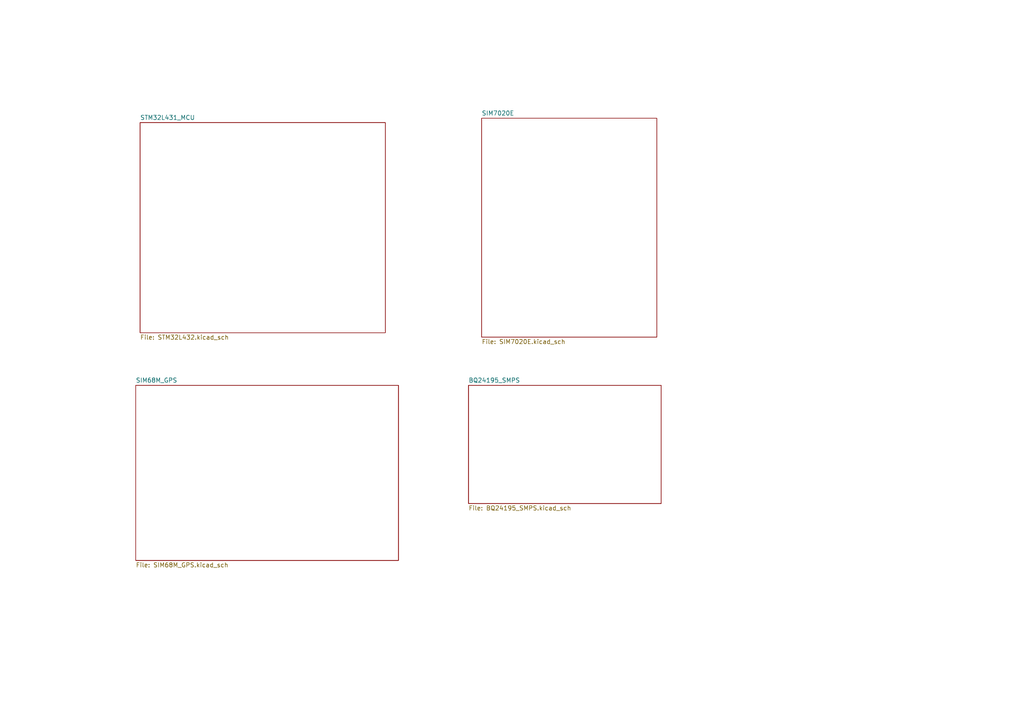
<source format=kicad_sch>
(kicad_sch (version 20211123) (generator eeschema)
  (paper "A4")
  (title_block (title "HERTZ200_IOT_BOARD") (date "2022-05-29") (rev "VERSION 1") (company "NANOHERTZ"))
  (lib_symbols)
  (sheet (at 135.89 111.76) (size 55.88 34.29) (stroke (width 0.1524))
    (property "Sheet name" "BQ24195_SMPS" (at 135.89 111.0484 0) (effects (justify left bottom)))
    (property "Sheet file" "BQ24195_SMPS.kicad_sch" (at 135.89 146.6346 0) (effects (justify left top)))
  )
  (sheet (at 40.64 35.56) (size 71.12 60.96) (stroke (width 0.1524))
    (property "Sheet name" "STM32L431_MCU" (at 40.64 34.8484 0) (effects (justify left bottom)))
    (property "Sheet file" "STM32L432.kicad_sch" (at 40.64 97.1046 0) (effects (justify left top)))
  )
  (sheet (at 39.37 111.76) (size 76.2 50.8) (stroke (width 0.1524))
    (property "Sheet name" "SIM68M_GPS" (at 39.37 111.0484 0) (effects (justify left bottom)))
    (property "Sheet file" "SIM68M_GPS.kicad_sch" (at 39.37 163.1446 0) (effects (justify left top)))
  )
  (sheet (at 139.7 34.29) (size 50.8 63.5) (stroke (width 0.1524))
    (property "Sheet name" "SIM7020E" (at 139.7 33.5784 0) (effects (justify left bottom)))
    (property "Sheet file" "SIM7020E.kicad_sch" (at 139.7 98.3746 0) (effects (justify left top)))
  )
)
</source>
